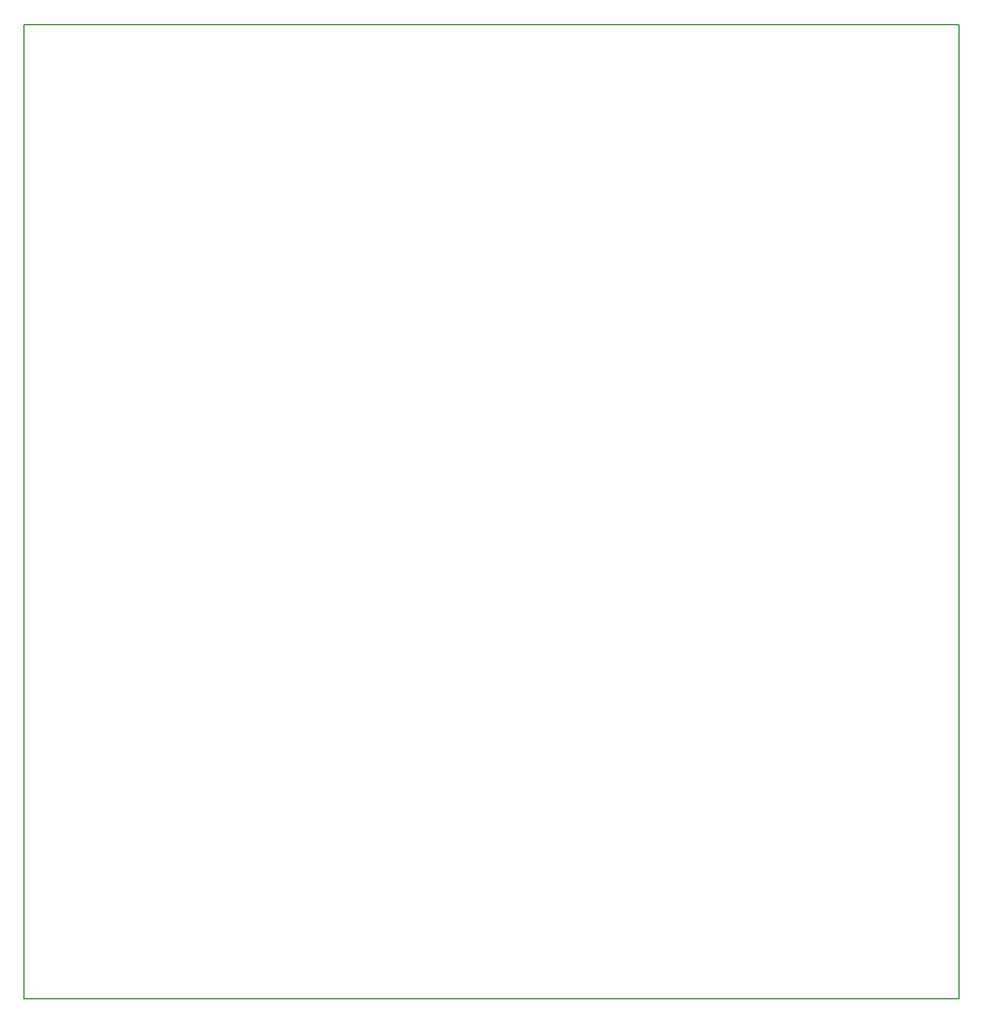
<source format=gm1>
G04 #@! TF.FileFunction,Profile,NP*
%FSLAX46Y46*%
G04 Gerber Fmt 4.6, Leading zero omitted, Abs format (unit mm)*
G04 Created by KiCad (PCBNEW 4.0.3-stable) date 08/13/16 09:37:38*
%MOMM*%
%LPD*%
G01*
G04 APERTURE LIST*
%ADD10C,0.100000*%
%ADD11C,0.150000*%
G04 APERTURE END LIST*
D10*
D11*
X140970000Y-12446000D02*
X140462000Y-12446000D01*
X140970000Y-139700000D02*
X140970000Y-12446000D01*
X18796000Y-139700000D02*
X140970000Y-139700000D01*
X18796000Y-12446000D02*
X18796000Y-139700000D01*
X140462000Y-12446000D02*
X18796000Y-12446000D01*
M02*

</source>
